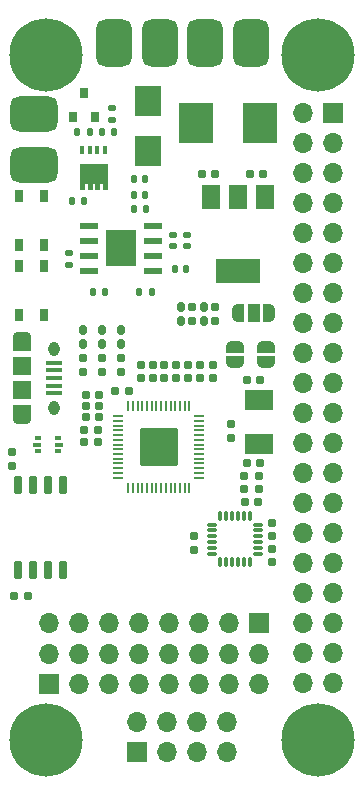
<source format=gbr>
%TF.GenerationSoftware,KiCad,Pcbnew,(6.0.0-0)*%
%TF.CreationDate,2022-06-22T07:40:47-04:00*%
%TF.ProjectId,hermes_v1,6865726d-6573-45f7-9631-2e6b69636164,rev?*%
%TF.SameCoordinates,Original*%
%TF.FileFunction,Soldermask,Top*%
%TF.FilePolarity,Negative*%
%FSLAX46Y46*%
G04 Gerber Fmt 4.6, Leading zero omitted, Abs format (unit mm)*
G04 Created by KiCad (PCBNEW (6.0.0-0)) date 2022-06-22 07:40:47*
%MOMM*%
%LPD*%
G01*
G04 APERTURE LIST*
G04 Aperture macros list*
%AMRoundRect*
0 Rectangle with rounded corners*
0 $1 Rounding radius*
0 $2 $3 $4 $5 $6 $7 $8 $9 X,Y pos of 4 corners*
0 Add a 4 corners polygon primitive as box body*
4,1,4,$2,$3,$4,$5,$6,$7,$8,$9,$2,$3,0*
0 Add four circle primitives for the rounded corners*
1,1,$1+$1,$2,$3*
1,1,$1+$1,$4,$5*
1,1,$1+$1,$6,$7*
1,1,$1+$1,$8,$9*
0 Add four rect primitives between the rounded corners*
20,1,$1+$1,$2,$3,$4,$5,0*
20,1,$1+$1,$4,$5,$6,$7,0*
20,1,$1+$1,$6,$7,$8,$9,0*
20,1,$1+$1,$8,$9,$2,$3,0*%
%AMFreePoly0*
4,1,22,0.500000,-0.750000,0.000000,-0.750000,0.000000,-0.745033,-0.079941,-0.743568,-0.215256,-0.701293,-0.333266,-0.622738,-0.424486,-0.514219,-0.481581,-0.384460,-0.499164,-0.250000,-0.500000,-0.250000,-0.500000,0.250000,-0.499164,0.250000,-0.499963,0.256109,-0.478152,0.396186,-0.417904,0.524511,-0.324060,0.630769,-0.204165,0.706417,-0.067858,0.745374,0.000000,0.744959,0.000000,0.750000,
0.500000,0.750000,0.500000,-0.750000,0.500000,-0.750000,$1*%
%AMFreePoly1*
4,1,20,0.000000,0.744959,0.073905,0.744508,0.209726,0.703889,0.328688,0.626782,0.421226,0.519385,0.479903,0.390333,0.500000,0.250000,0.500000,-0.250000,0.499851,-0.262216,0.476331,-0.402017,0.414519,-0.529596,0.319384,-0.634700,0.198574,-0.708877,0.061801,-0.746166,0.000000,-0.745033,0.000000,-0.750000,-0.500000,-0.750000,-0.500000,0.750000,0.000000,0.750000,0.000000,0.744959,
0.000000,0.744959,$1*%
%AMFreePoly2*
4,1,22,0.550000,-0.750000,0.000000,-0.750000,0.000000,-0.745033,-0.079941,-0.743568,-0.215256,-0.701293,-0.333266,-0.622738,-0.424486,-0.514219,-0.481581,-0.384460,-0.499164,-0.250000,-0.500000,-0.250000,-0.500000,0.250000,-0.499164,0.250000,-0.499963,0.256109,-0.478152,0.396186,-0.417904,0.524511,-0.324060,0.630769,-0.204165,0.706417,-0.067858,0.745374,0.000000,0.744959,0.000000,0.750000,
0.550000,0.750000,0.550000,-0.750000,0.550000,-0.750000,$1*%
%AMFreePoly3*
4,1,20,0.000000,0.744959,0.073905,0.744508,0.209726,0.703889,0.328688,0.626782,0.421226,0.519385,0.479903,0.390333,0.500000,0.250000,0.500000,-0.250000,0.499851,-0.262216,0.476331,-0.402017,0.414519,-0.529596,0.319384,-0.634700,0.198574,-0.708877,0.061801,-0.746166,0.000000,-0.745033,0.000000,-0.750000,-0.550000,-0.750000,-0.550000,0.750000,0.000000,0.750000,0.000000,0.744959,
0.000000,0.744959,$1*%
%AMFreePoly4*
4,1,17,1.395000,0.765000,0.855000,0.765000,0.855000,0.535000,1.395000,0.535000,1.395000,0.115000,0.855000,0.115000,0.855000,-0.115000,1.395000,-0.115000,1.395000,-0.535000,0.855000,-0.535000,0.855000,-0.765000,1.395000,-0.765000,1.395000,-1.185000,-0.855000,-1.185000,-0.855000,1.185000,1.395000,1.185000,1.395000,0.765000,1.395000,0.765000,$1*%
G04 Aperture macros list end*
%ADD10RoundRect,0.155000X0.212500X0.155000X-0.212500X0.155000X-0.212500X-0.155000X0.212500X-0.155000X0*%
%ADD11RoundRect,0.155000X-0.155000X0.212500X-0.155000X-0.212500X0.155000X-0.212500X0.155000X0.212500X0*%
%ADD12RoundRect,0.155000X0.155000X-0.212500X0.155000X0.212500X-0.155000X0.212500X-0.155000X-0.212500X0*%
%ADD13RoundRect,0.160000X0.160000X-0.222500X0.160000X0.222500X-0.160000X0.222500X-0.160000X-0.222500X0*%
%ADD14RoundRect,0.750000X1.250000X-0.750000X1.250000X0.750000X-1.250000X0.750000X-1.250000X-0.750000X0*%
%ADD15RoundRect,0.750000X-0.750000X-1.250000X0.750000X-1.250000X0.750000X1.250000X-0.750000X1.250000X0*%
%ADD16RoundRect,0.160000X0.197500X0.160000X-0.197500X0.160000X-0.197500X-0.160000X0.197500X-0.160000X0*%
%ADD17RoundRect,0.160000X-0.197500X-0.160000X0.197500X-0.160000X0.197500X0.160000X-0.197500X0.160000X0*%
%ADD18RoundRect,0.160000X-0.160000X0.197500X-0.160000X-0.197500X0.160000X-0.197500X0.160000X0.197500X0*%
%ADD19RoundRect,0.050000X0.050000X-0.387500X0.050000X0.387500X-0.050000X0.387500X-0.050000X-0.387500X0*%
%ADD20RoundRect,0.050000X0.387500X-0.050000X0.387500X0.050000X-0.387500X0.050000X-0.387500X-0.050000X0*%
%ADD21RoundRect,0.144000X1.456000X-1.456000X1.456000X1.456000X-1.456000X1.456000X-1.456000X-1.456000X0*%
%ADD22RoundRect,0.150000X0.150000X-0.650000X0.150000X0.650000X-0.150000X0.650000X-0.150000X-0.650000X0*%
%ADD23RoundRect,0.075000X0.075000X-0.350000X0.075000X0.350000X-0.075000X0.350000X-0.075000X-0.350000X0*%
%ADD24RoundRect,0.075000X0.350000X0.075000X-0.350000X0.075000X-0.350000X-0.075000X0.350000X-0.075000X0*%
%ADD25R,2.400000X1.700000*%
%ADD26RoundRect,0.750000X-1.250000X0.750000X-1.250000X-0.750000X1.250000X-0.750000X1.250000X0.750000X0*%
%ADD27RoundRect,0.155000X-0.212500X-0.155000X0.212500X-0.155000X0.212500X0.155000X-0.212500X0.155000X0*%
%ADD28R,0.650000X1.050000*%
%ADD29R,1.350000X0.400000*%
%ADD30O,1.550000X0.890000*%
%ADD31R,1.550000X1.500000*%
%ADD32O,0.950000X1.250000*%
%ADD33R,1.550000X1.200000*%
%ADD34RoundRect,0.160000X0.160000X-0.197500X0.160000X0.197500X-0.160000X0.197500X-0.160000X-0.197500X0*%
%ADD35FreePoly0,270.000000*%
%ADD36FreePoly1,270.000000*%
%ADD37RoundRect,0.160000X-0.160000X0.222500X-0.160000X-0.222500X0.160000X-0.222500X0.160000X0.222500X0*%
%ADD38R,0.500000X0.375000*%
%ADD39R,0.650000X0.300000*%
%ADD40FreePoly2,180.000000*%
%ADD41R,1.000000X1.500000*%
%ADD42FreePoly3,180.000000*%
%ADD43RoundRect,0.140000X-0.140000X-0.170000X0.140000X-0.170000X0.140000X0.170000X-0.140000X0.170000X0*%
%ADD44R,2.950000X3.500000*%
%ADD45RoundRect,0.140000X0.170000X-0.140000X0.170000X0.140000X-0.170000X0.140000X-0.170000X-0.140000X0*%
%ADD46RoundRect,0.135000X0.135000X0.185000X-0.135000X0.185000X-0.135000X-0.185000X0.135000X-0.185000X0*%
%ADD47R,2.600000X3.100000*%
%ADD48R,1.550000X0.600000*%
%ADD49C,6.200000*%
%ADD50RoundRect,0.135000X0.185000X-0.135000X0.185000X0.135000X-0.185000X0.135000X-0.185000X-0.135000X0*%
%ADD51R,1.700000X1.700000*%
%ADD52O,1.700000X1.700000*%
%ADD53RoundRect,0.140000X-0.170000X0.140000X-0.170000X-0.140000X0.170000X-0.140000X0.170000X0.140000X0*%
%ADD54RoundRect,0.140000X0.140000X0.170000X-0.140000X0.170000X-0.140000X-0.170000X0.140000X-0.170000X0*%
%ADD55R,0.420000X0.700000*%
%ADD56FreePoly4,270.000000*%
%ADD57R,0.800000X0.900000*%
%ADD58R,1.500000X2.000000*%
%ADD59R,3.800000X2.000000*%
%ADD60R,2.300000X2.500000*%
G04 APERTURE END LIST*
D10*
%TO.C,C6*%
X247460000Y-67775000D03*
X246325000Y-67775000D03*
%TD*%
%TO.C,C8*%
X247460000Y-66825000D03*
X246325000Y-66825000D03*
%TD*%
D11*
%TO.C,C11*%
X256050000Y-64320000D03*
X256050000Y-65455000D03*
%TD*%
%TO.C,C12*%
X255000000Y-64320000D03*
X255000000Y-65455000D03*
%TD*%
%TO.C,C13*%
X254000000Y-64320000D03*
X254000000Y-65455000D03*
%TD*%
%TO.C,C14*%
X253000000Y-64320000D03*
X253000000Y-65455000D03*
%TD*%
%TO.C,C15*%
X252000000Y-64320000D03*
X252000000Y-65455000D03*
%TD*%
%TO.C,C16*%
X251000000Y-64320000D03*
X251000000Y-65455000D03*
%TD*%
D10*
%TO.C,C17*%
X261108750Y-72625000D03*
X259973750Y-72625000D03*
%TD*%
%TO.C,C18*%
X261133750Y-65592500D03*
X259998750Y-65592500D03*
%TD*%
D12*
%TO.C,C19*%
X240125000Y-72842500D03*
X240125000Y-71707500D03*
%TD*%
%TO.C,C20*%
X255525000Y-79967500D03*
X255525000Y-78832500D03*
%TD*%
%TO.C,C22*%
X262125000Y-78792500D03*
X262125000Y-77657500D03*
%TD*%
D10*
%TO.C,C25*%
X260942500Y-75875000D03*
X259807500Y-75875000D03*
%TD*%
D11*
%TO.C,C26*%
X262125000Y-79857500D03*
X262125000Y-80992500D03*
%TD*%
D13*
%TO.C,D2*%
X249300000Y-62510000D03*
X249300000Y-61365000D03*
%TD*%
%TO.C,D3*%
X247700000Y-62510000D03*
X247700000Y-61365000D03*
%TD*%
%TO.C,D4*%
X246100000Y-62510000D03*
X246100000Y-61365000D03*
%TD*%
D14*
%TO.C,P4*%
X242000000Y-43100000D03*
%TD*%
D15*
%TO.C,P1*%
X252600000Y-37025000D03*
%TD*%
%TO.C,P2*%
X248750000Y-37025000D03*
%TD*%
D16*
%TO.C,R5*%
X260972500Y-74800000D03*
X259777500Y-74800000D03*
%TD*%
%TO.C,R6*%
X260972500Y-73725000D03*
X259777500Y-73725000D03*
%TD*%
D17*
%TO.C,R7*%
X240252500Y-83875000D03*
X241447500Y-83875000D03*
%TD*%
D18*
%TO.C,R13*%
X247700000Y-63740000D03*
X247700000Y-64935000D03*
%TD*%
%TO.C,R14*%
X246100000Y-63740000D03*
X246100000Y-64935000D03*
%TD*%
D19*
%TO.C,U3*%
X249925000Y-74687500D03*
X250325000Y-74687500D03*
X250725000Y-74687500D03*
X251125000Y-74687500D03*
X251525000Y-74687500D03*
X251925000Y-74687500D03*
X252325000Y-74687500D03*
X252725000Y-74687500D03*
X253125000Y-74687500D03*
X253525000Y-74687500D03*
X253925000Y-74687500D03*
X254325000Y-74687500D03*
X254725000Y-74687500D03*
X255125000Y-74687500D03*
D20*
X255962500Y-73850000D03*
X255962500Y-73450000D03*
X255962500Y-73050000D03*
X255962500Y-72650000D03*
X255962500Y-72250000D03*
X255962500Y-71850000D03*
X255962500Y-71450000D03*
X255962500Y-71050000D03*
X255962500Y-70650000D03*
X255962500Y-70250000D03*
X255962500Y-69850000D03*
X255962500Y-69450000D03*
X255962500Y-69050000D03*
X255962500Y-68650000D03*
D19*
X255125000Y-67812500D03*
X254725000Y-67812500D03*
X254325000Y-67812500D03*
X253925000Y-67812500D03*
X253525000Y-67812500D03*
X253125000Y-67812500D03*
X252725000Y-67812500D03*
X252325000Y-67812500D03*
X251925000Y-67812500D03*
X251525000Y-67812500D03*
X251125000Y-67812500D03*
X250725000Y-67812500D03*
X250325000Y-67812500D03*
X249925000Y-67812500D03*
D20*
X249087500Y-68650000D03*
X249087500Y-69050000D03*
X249087500Y-69450000D03*
X249087500Y-69850000D03*
X249087500Y-70250000D03*
X249087500Y-70650000D03*
X249087500Y-71050000D03*
X249087500Y-71450000D03*
X249087500Y-71850000D03*
X249087500Y-72250000D03*
X249087500Y-72650000D03*
X249087500Y-73050000D03*
X249087500Y-73450000D03*
X249087500Y-73850000D03*
D21*
X252525000Y-71250000D03*
%TD*%
D22*
%TO.C,U4*%
X240645000Y-81700000D03*
X241915000Y-81700000D03*
X243185000Y-81700000D03*
X244455000Y-81700000D03*
X244455000Y-74500000D03*
X243185000Y-74500000D03*
X241915000Y-74500000D03*
X240645000Y-74500000D03*
%TD*%
D23*
%TO.C,U5*%
X257725000Y-81025000D03*
X258225000Y-81025000D03*
X258725000Y-81025000D03*
X259225000Y-81025000D03*
X259725000Y-81025000D03*
X260225000Y-81025000D03*
D24*
X260925000Y-80325000D03*
X260925000Y-79825000D03*
X260925000Y-79325000D03*
X260925000Y-78825000D03*
X260925000Y-78325000D03*
X260925000Y-77825000D03*
D23*
X260225000Y-77125000D03*
X259725000Y-77125000D03*
X259225000Y-77125000D03*
X258725000Y-77125000D03*
X258225000Y-77125000D03*
X257725000Y-77125000D03*
D24*
X257025000Y-77825000D03*
X257025000Y-78325000D03*
X257025000Y-78825000D03*
X257025000Y-79325000D03*
X257025000Y-79825000D03*
X257025000Y-80325000D03*
%TD*%
D25*
%TO.C,Y1*%
X261000000Y-70975000D03*
X261000000Y-67275000D03*
%TD*%
D26*
%TO.C,P3*%
X242000000Y-47400000D03*
%TD*%
D15*
%TO.C,P6*%
X260300000Y-37025000D03*
%TD*%
%TO.C,P5*%
X256400000Y-37025000D03*
%TD*%
D27*
%TO.C,C9*%
X248832500Y-66550000D03*
X249967500Y-66550000D03*
%TD*%
D17*
%TO.C,R3*%
X246155000Y-70830000D03*
X247350000Y-70830000D03*
%TD*%
D28*
%TO.C,SW1*%
X240650000Y-55925000D03*
X240650000Y-60075000D03*
X242800000Y-55925000D03*
X242800000Y-60075000D03*
%TD*%
D29*
%TO.C,J2*%
X243650000Y-64125000D03*
X243650000Y-64775000D03*
X243650000Y-65425000D03*
X243650000Y-66075000D03*
X243650000Y-66725000D03*
D30*
X240950000Y-68925000D03*
X240950000Y-61925000D03*
D31*
X240950000Y-64425000D03*
D32*
X243650000Y-62925000D03*
D31*
X240950000Y-66425000D03*
D33*
X240950000Y-62525000D03*
D32*
X243650000Y-67925000D03*
D33*
X240950000Y-68325000D03*
%TD*%
D34*
%TO.C,R9*%
X258600000Y-70472500D03*
X258600000Y-69277500D03*
%TD*%
D11*
%TO.C,C10*%
X257100000Y-64320000D03*
X257100000Y-65455000D03*
%TD*%
D35*
%TO.C,JP3*%
X261600000Y-62750000D03*
D36*
X261600000Y-64050000D03*
%TD*%
D35*
%TO.C,JP2*%
X259000000Y-62750000D03*
D36*
X259000000Y-64050000D03*
%TD*%
D28*
%TO.C,SW2*%
X242825000Y-54162500D03*
X242825000Y-50012500D03*
X240675000Y-54162500D03*
X240675000Y-50012500D03*
%TD*%
D10*
%TO.C,C7*%
X247460000Y-68725000D03*
X246325000Y-68725000D03*
%TD*%
D18*
%TO.C,R12*%
X249300000Y-63740000D03*
X249300000Y-64935000D03*
%TD*%
%TO.C,R15*%
X257315000Y-59420000D03*
X257315000Y-60615000D03*
%TD*%
%TO.C,R16*%
X255340000Y-59420000D03*
X255340000Y-60615000D03*
%TD*%
D37*
%TO.C,D5*%
X256315000Y-59445000D03*
X256315000Y-60590000D03*
%TD*%
%TO.C,D6*%
X254365000Y-59445000D03*
X254365000Y-60590000D03*
%TD*%
D17*
%TO.C,R4*%
X246155000Y-69800000D03*
X247350000Y-69800000D03*
%TD*%
D38*
%TO.C,U7*%
X244025000Y-71587500D03*
D39*
X244100000Y-71050000D03*
D38*
X244025000Y-70512500D03*
X242325000Y-70512500D03*
D39*
X242250000Y-71050000D03*
D38*
X242325000Y-71587500D03*
%TD*%
D40*
%TO.C,JP1*%
X261850000Y-59900000D03*
D41*
X260550000Y-59900000D03*
D42*
X259250000Y-59900000D03*
%TD*%
D43*
%TO.C,C24*%
X253870000Y-56150000D03*
X254830000Y-56150000D03*
%TD*%
D44*
%TO.C,L2*%
X255675000Y-43800000D03*
X261125000Y-43800000D03*
%TD*%
D27*
%TO.C,C3*%
X256182500Y-48125000D03*
X257317500Y-48125000D03*
%TD*%
%TO.C,C5*%
X260207500Y-48125000D03*
X261342500Y-48125000D03*
%TD*%
D45*
%TO.C,C31*%
X253750000Y-54230000D03*
X253750000Y-53270000D03*
%TD*%
D46*
%TO.C,R8*%
X251910000Y-58125000D03*
X250890000Y-58125000D03*
%TD*%
D47*
%TO.C,U6*%
X249300000Y-54450000D03*
D48*
X246600000Y-52545000D03*
X246600000Y-53815000D03*
X246600000Y-55085000D03*
X246600000Y-56355000D03*
X252000000Y-56355000D03*
X252000000Y-55085000D03*
X252000000Y-53815000D03*
X252000000Y-52545000D03*
%TD*%
D49*
%TO.C,*%
X243000000Y-38100000D03*
%TD*%
D50*
%TO.C,R10*%
X244925000Y-55885000D03*
X244925000Y-54865000D03*
%TD*%
D51*
%TO.C,J3*%
X250700000Y-97100000D03*
D52*
X250700000Y-94560000D03*
X253240000Y-97100000D03*
X253240000Y-94560000D03*
X255780000Y-97100000D03*
X255780000Y-94560000D03*
X258320000Y-97100000D03*
X258320000Y-94560000D03*
%TD*%
D53*
%TO.C,C27*%
X254950000Y-53270000D03*
X254950000Y-54230000D03*
%TD*%
D51*
%TO.C,J1*%
X267275000Y-42965000D03*
D52*
X264735000Y-42965000D03*
X267275000Y-45505000D03*
X264735000Y-45505000D03*
X267275000Y-48045000D03*
X264735000Y-48045000D03*
X267275000Y-50585000D03*
X264735000Y-50585000D03*
X267275000Y-53125000D03*
X264735000Y-53125000D03*
X267275000Y-55665000D03*
X264735000Y-55665000D03*
X267275000Y-58205000D03*
X264735000Y-58205000D03*
X267275000Y-60745000D03*
X264735000Y-60745000D03*
X267275000Y-63285000D03*
X264735000Y-63285000D03*
X267275000Y-65825000D03*
X264735000Y-65825000D03*
X267275000Y-68365000D03*
X264735000Y-68365000D03*
X267275000Y-70905000D03*
X264735000Y-70905000D03*
X267275000Y-73445000D03*
X264735000Y-73445000D03*
X267275000Y-75985000D03*
X264735000Y-75985000D03*
X267275000Y-78525000D03*
X264735000Y-78525000D03*
X267275000Y-81065000D03*
X264735000Y-81065000D03*
X267275000Y-83605000D03*
X264735000Y-83605000D03*
X267275000Y-86145000D03*
X264735000Y-86145000D03*
X267275000Y-88685000D03*
X264735000Y-88685000D03*
X267275000Y-91225000D03*
X264735000Y-91225000D03*
%TD*%
D49*
%TO.C,*%
X266000000Y-38100000D03*
%TD*%
D54*
%TO.C,C28*%
X246180000Y-50425000D03*
X245220000Y-50425000D03*
%TD*%
D45*
%TO.C,C30*%
X248550000Y-43555000D03*
X248550000Y-42595000D03*
%TD*%
D43*
%TO.C,C32*%
X250445000Y-51075000D03*
X251405000Y-51075000D03*
%TD*%
D49*
%TO.C,*%
X243000000Y-96100000D03*
%TD*%
D54*
%TO.C,C29*%
X248705000Y-44600000D03*
X247745000Y-44600000D03*
%TD*%
D46*
%TO.C,R17*%
X246660000Y-44600000D03*
X245640000Y-44600000D03*
%TD*%
D55*
%TO.C,Q1*%
X247975000Y-46150000D03*
X247325000Y-46150000D03*
X246675000Y-46150000D03*
X246025000Y-46150000D03*
D56*
X247000000Y-48105000D03*
%TD*%
D51*
%TO.C,J8*%
X261025000Y-86200000D03*
D52*
X258485000Y-86200000D03*
X255945000Y-86200000D03*
X253405000Y-86200000D03*
X250865000Y-86200000D03*
X248325000Y-86200000D03*
X245785000Y-86200000D03*
X243245000Y-86200000D03*
%TD*%
D49*
%TO.C,*%
X266000000Y-96100000D03*
%TD*%
D51*
%TO.C,J9*%
X243225000Y-91300000D03*
D52*
X243225000Y-88760000D03*
X245765000Y-91300000D03*
X245765000Y-88760000D03*
X248305000Y-91300000D03*
X248305000Y-88760000D03*
X250845000Y-91300000D03*
X250845000Y-88760000D03*
X253385000Y-91300000D03*
X253385000Y-88760000D03*
X255925000Y-91300000D03*
X255925000Y-88760000D03*
X258465000Y-91300000D03*
X258465000Y-88760000D03*
X261005000Y-91300000D03*
X261005000Y-88760000D03*
%TD*%
D43*
%TO.C,C23*%
X250440000Y-49925000D03*
X251400000Y-49925000D03*
%TD*%
D57*
%TO.C,D8*%
X247150000Y-43325000D03*
X246200000Y-41325000D03*
X245250000Y-43325000D03*
%TD*%
D43*
%TO.C,C21*%
X250440000Y-48600000D03*
X251400000Y-48600000D03*
%TD*%
D58*
%TO.C,U2*%
X261535000Y-50095000D03*
D59*
X259235000Y-56395000D03*
D58*
X259235000Y-50095000D03*
X256935000Y-50095000D03*
%TD*%
D60*
%TO.C,D7*%
X251600000Y-46225000D03*
X251600000Y-41925000D03*
%TD*%
D46*
%TO.C,R11*%
X248010000Y-58100000D03*
X246990000Y-58100000D03*
%TD*%
M02*

</source>
